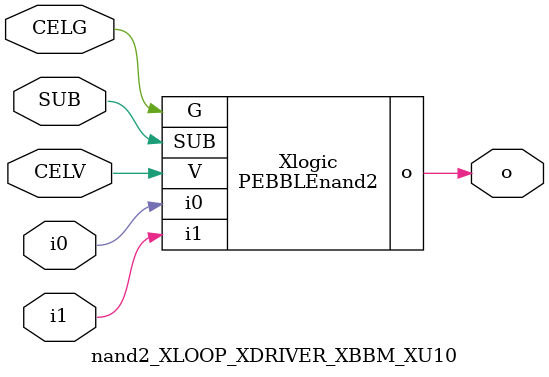
<source format=v>



module PEBBLEnand2 ( o, G, SUB, V, i0, i1 );

  input i0;
  input V;
  input i1;
  input G;
  output o;
  input SUB;
endmodule

//Celera Confidential Do Not Copy nand2_XLOOP_XDRIVER_XBBM_XU10
//Celera Confidential Symbol Generator
//5V NAND2
module nand2_XLOOP_XDRIVER_XBBM_XU10 (CELV,CELG,i0,i1,o,SUB);
input CELV;
input CELG;
input i0;
input i1;
input SUB;
output o;

//Celera Confidential Do Not Copy nand2
PEBBLEnand2 Xlogic(
.V (CELV),
.i0 (i0),
.i1 (i1),
.o (o),
.SUB (SUB),
.G (CELG)
);
//,diesize,PEBBLEnand2

//Celera Confidential Do Not Copy Module End
//Celera Schematic Generator
endmodule

</source>
